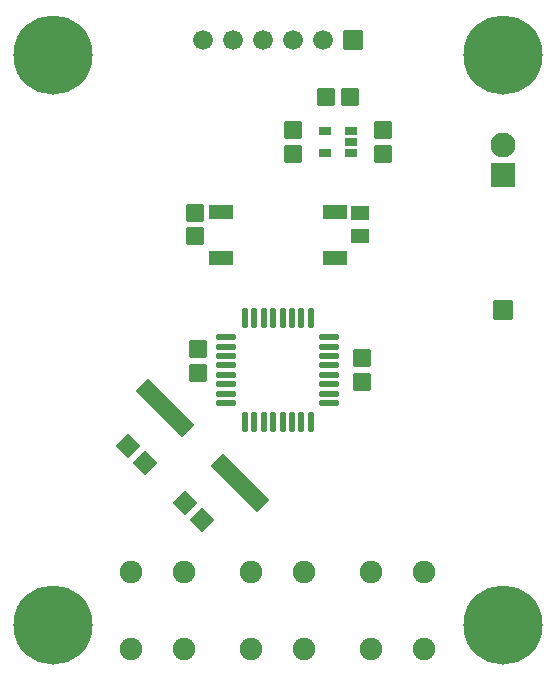
<source format=gts>
G04 Layer: TopSolderMaskLayer*
G04 EasyEDA v6.5.34, 2023-08-28 15:47:16*
G04 21288944027841e8b89c4b54c2095ba1,7e63b50fb6014f29bd7207b67e5f40bc,10*
G04 Gerber Generator version 0.2*
G04 Scale: 100 percent, Rotated: No, Reflected: No *
G04 Dimensions in millimeters *
G04 leading zeros omitted , absolute positions ,4 integer and 5 decimal *
%FSLAX45Y45*%
%MOMM*%

%AMMACRO1*1,1,$1,$2,$3*1,1,$1,$4,$5*1,1,$1,0-$2,0-$3*1,1,$1,0-$4,0-$5*20,1,$1,$2,$3,$4,$5,0*20,1,$1,$4,$5,0-$2,0-$3,0*20,1,$1,0-$2,0-$3,0-$4,0-$5,0*20,1,$1,0-$4,0-$5,$2,$3,0*4,1,4,$2,$3,$4,$5,0-$2,0-$3,0-$4,0-$5,$2,$3,0*%
%ADD10MACRO1,0.1016X0.675X-0.705X-0.675X-0.705*%
%ADD11MACRO1,0.1016X0.675X0.705X-0.675X0.705*%
%ADD12MACRO1,0.1016X0.705X0.675X0.705X-0.675*%
%ADD13MACRO1,0.1016X-0.705X0.675X-0.705X-0.675*%
%ADD14MACRO1,0.1X-0.5X-0.3X-0.5X0.3*%
%ADD15C,6.7032*%
%ADD16MACRO1,0.1016X-0.675X0.705X0.675X0.705*%
%ADD17MACRO1,0.1016X-0.675X-0.705X0.675X-0.705*%
%ADD18MACRO1,0.1016X0.9758X-0.0212X0.0212X-0.9758*%
%ADD19MACRO1,0.1016X-0.0212X0.9758X-0.9758X0.0212*%
%ADD20MACRO1,0.1016X-0.9758X0.0212X-0.0212X0.9758*%
%ADD21MACRO1,0.1016X0.0212X-0.9758X0.9758X-0.0212*%
%ADD22C,1.6764*%
%ADD23MACRO1,0.1016X0.7874X-0.7874X-0.7874X-0.7874*%
%ADD24MACRO1,0.1016X0.7874X0.7874X0.7874X-0.7874*%
%ADD25MACRO1,0.1016X-1X0.5X1X0.5*%
%ADD26C,1.9016*%
%ADD27MACRO1,0.1016X-1X-1X-1X1*%
%ADD28C,2.1016*%
%ADD29MACRO1,0.1016X-0.6885X0.5663X0.6885X0.5663*%
%ADD30MACRO1,0.1016X-0.6885X-0.5663X0.6885X-0.5663*%
%ADD31O,0.5516118X1.7516094000000002*%
%ADD32O,1.7516094000000002X0.5516118*%
%ADD33MACRO1,0.1016X-1.4496X2.4395X2.4395X-1.4496*%

%LPD*%
D10*
G01*
X2542296Y4695896D03*
D11*
G01*
X2542296Y4495891D03*
D10*
G01*
X3304293Y4695896D03*
D11*
G01*
X3304293Y4495891D03*
D12*
G01*
X2823293Y4976893D03*
D13*
G01*
X3023298Y4976893D03*
D14*
G01*
X3033306Y4595893D03*
G01*
X3033307Y4690884D03*
G01*
X3033301Y4500902D03*
G01*
X2813291Y4690897D03*
G01*
X2813291Y4500892D03*
D15*
G01*
X510286Y506501D03*
G01*
X4320286Y506501D03*
G01*
X4320286Y5332476D03*
G01*
X510286Y5332476D03*
D16*
G01*
X1716796Y3797391D03*
D17*
G01*
X1716796Y3997396D03*
D10*
G01*
X3126483Y2765493D03*
D11*
G01*
X3126483Y2565488D03*
D18*
G01*
X1150771Y2025003D03*
D19*
G01*
X1292195Y1883578D03*
D20*
G01*
X1774795Y1400978D03*
D21*
G01*
X1633371Y1542403D03*
D16*
G01*
X1742183Y2641690D03*
D17*
G01*
X1742183Y2841692D03*
D22*
G01*
X1780286Y5459476D03*
G01*
X2034286Y5459476D03*
G01*
X2288286Y5459476D03*
G01*
X2542286Y5459476D03*
G01*
X2796286Y5459476D03*
D23*
G01*
X3050291Y5459483D03*
D24*
G01*
X4317992Y3174992D03*
D25*
G01*
X1935292Y4003492D03*
G01*
X2895290Y4003492D03*
G01*
X1935292Y3613475D03*
G01*
X2895290Y3613475D03*
D26*
G01*
X1174242Y308381D03*
G01*
X1624329Y308381D03*
G01*
X1174242Y958621D03*
G01*
X1624329Y958621D03*
G01*
X2190241Y308381D03*
G01*
X2640329Y308381D03*
G01*
X2190241Y958621D03*
G01*
X2640329Y958621D03*
G01*
X3206241Y308381D03*
G01*
X3656329Y308381D03*
G01*
X3206241Y958621D03*
G01*
X3656329Y958621D03*
D27*
G01*
X4320288Y4316486D03*
D28*
G01*
X4320286Y4570476D03*
D29*
G01*
X3113796Y3797388D03*
D30*
G01*
X3113796Y3997398D03*
D31*
G01*
X2135276Y3103626D03*
G01*
X2215286Y3103651D03*
G01*
X2295296Y3103626D03*
G01*
X2375306Y3103626D03*
G01*
X2455290Y3103626D03*
G01*
X2535300Y3103626D03*
G01*
X2615285Y3103626D03*
G01*
X2695295Y3103626D03*
D32*
G01*
X2852165Y2945485D03*
G01*
X2852165Y2865501D03*
G01*
X2852165Y2785465D03*
G01*
X2852165Y2705506D03*
G01*
X2852165Y2625470D03*
G01*
X2852165Y2545511D03*
G01*
X2852165Y2465476D03*
G01*
X2852165Y2385491D03*
D31*
G01*
X2695295Y2227326D03*
G01*
X2615285Y2227326D03*
G01*
X2535300Y2227326D03*
G01*
X2455290Y2227326D03*
G01*
X2375281Y2227326D03*
G01*
X2295296Y2227326D03*
G01*
X2215286Y2227326D03*
G01*
X2135276Y2227326D03*
D32*
G01*
X1978406Y2385466D03*
G01*
X1978406Y2465501D03*
G01*
X1978406Y2545486D03*
G01*
X1978406Y2625496D03*
G01*
X1978406Y2705480D03*
G01*
X1978406Y2785490D03*
G01*
X1978406Y2865475D03*
G01*
X1978406Y2945511D03*
D33*
G01*
X1462097Y2348684D03*
G01*
X2098492Y1712290D03*
M02*

</source>
